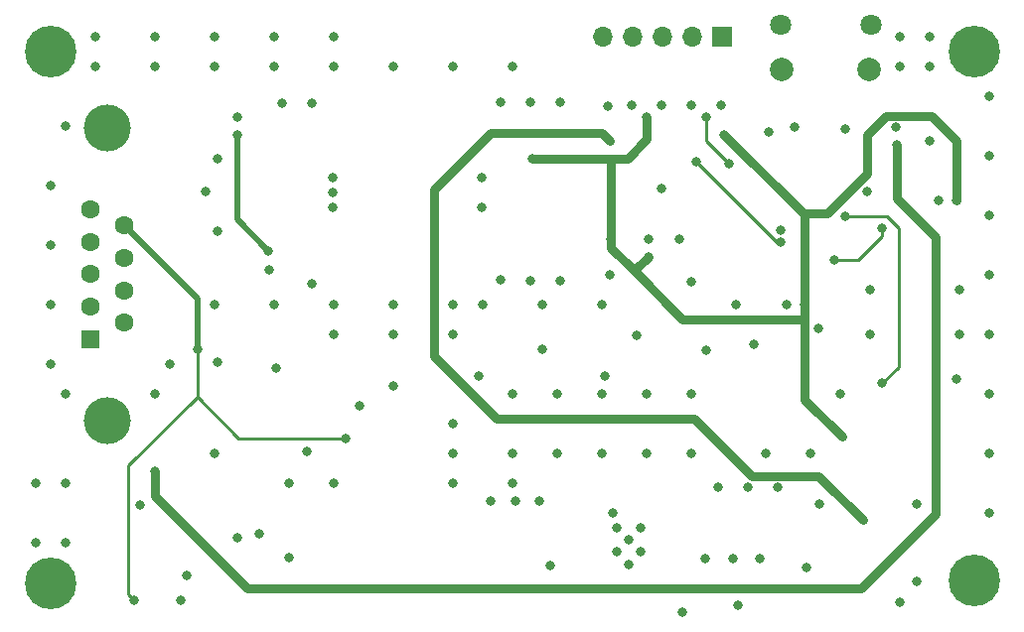
<source format=gbl>
G04 #@! TF.GenerationSoftware,KiCad,Pcbnew,6.0.11+dfsg-1*
G04 #@! TF.CreationDate,2024-04-01T21:29:24-07:00*
G04 #@! TF.ProjectId,car-logger,6361722d-6c6f-4676-9765-722e6b696361,v1*
G04 #@! TF.SameCoordinates,Original*
G04 #@! TF.FileFunction,Copper,L4,Bot*
G04 #@! TF.FilePolarity,Positive*
%FSLAX46Y46*%
G04 Gerber Fmt 4.6, Leading zero omitted, Abs format (unit mm)*
G04 Created by KiCad (PCBNEW 6.0.11+dfsg-1) date 2024-04-01 21:29:24*
%MOMM*%
%LPD*%
G01*
G04 APERTURE LIST*
G04 #@! TA.AperFunction,ComponentPad*
%ADD10R,1.700000X1.700000*%
G04 #@! TD*
G04 #@! TA.AperFunction,ComponentPad*
%ADD11O,1.700000X1.700000*%
G04 #@! TD*
G04 #@! TA.AperFunction,ComponentPad*
%ADD12C,0.700000*%
G04 #@! TD*
G04 #@! TA.AperFunction,ComponentPad*
%ADD13C,4.400000*%
G04 #@! TD*
G04 #@! TA.AperFunction,ComponentPad*
%ADD14C,2.000000*%
G04 #@! TD*
G04 #@! TA.AperFunction,ComponentPad*
%ADD15C,1.800000*%
G04 #@! TD*
G04 #@! TA.AperFunction,ComponentPad*
%ADD16C,4.000000*%
G04 #@! TD*
G04 #@! TA.AperFunction,ComponentPad*
%ADD17R,1.600000X1.600000*%
G04 #@! TD*
G04 #@! TA.AperFunction,ComponentPad*
%ADD18C,1.600000*%
G04 #@! TD*
G04 #@! TA.AperFunction,ViaPad*
%ADD19C,0.800000*%
G04 #@! TD*
G04 #@! TA.AperFunction,Conductor*
%ADD20C,0.750000*%
G04 #@! TD*
G04 #@! TA.AperFunction,Conductor*
%ADD21C,0.250000*%
G04 #@! TD*
G04 #@! TA.AperFunction,Conductor*
%ADD22C,0.500000*%
G04 #@! TD*
G04 APERTURE END LIST*
D10*
X155000000Y-61020000D03*
D11*
X152460000Y-61020000D03*
X149920000Y-61020000D03*
X147380000Y-61020000D03*
X144840000Y-61020000D03*
D12*
X97790000Y-60580000D03*
X96623274Y-61063274D03*
X99440000Y-62230000D03*
D13*
X97790000Y-62230000D03*
D12*
X96623274Y-63396726D03*
X98956726Y-63396726D03*
X96140000Y-62230000D03*
X98956726Y-61063274D03*
X97790000Y-63880000D03*
X174814516Y-62230000D03*
X175297790Y-61063274D03*
X178114516Y-62230000D03*
D13*
X176464516Y-62230000D03*
D12*
X177631242Y-63396726D03*
X176464516Y-60580000D03*
X177631242Y-61063274D03*
X175297790Y-63396726D03*
X176464516Y-63880000D03*
X97724516Y-105960000D03*
X96074516Y-107610000D03*
X98891242Y-106443274D03*
X96557790Y-106443274D03*
X99374516Y-107610000D03*
X97724516Y-109260000D03*
X98891242Y-108776726D03*
D13*
X97724516Y-107610000D03*
D12*
X96557790Y-108776726D03*
X177631242Y-106193274D03*
X174814516Y-107360000D03*
X175297790Y-106193274D03*
X177631242Y-108526726D03*
X178114516Y-107360000D03*
D13*
X176464516Y-107360000D03*
D12*
X175297790Y-108526726D03*
X176464516Y-109010000D03*
X176464516Y-105710000D03*
D14*
X160105000Y-63820000D03*
D15*
X159955000Y-60020000D03*
D14*
X167555000Y-63820000D03*
D15*
X167705000Y-60020000D03*
D16*
X102604185Y-93755000D03*
X102604185Y-68755000D03*
D17*
X101184185Y-86795000D03*
D18*
X101184185Y-84025000D03*
X101184185Y-81255000D03*
X101184185Y-78485000D03*
X101184185Y-75715000D03*
X104024185Y-85410000D03*
X104024185Y-82640000D03*
X104024185Y-79870000D03*
X104024185Y-77100000D03*
D19*
X145542000Y-78232000D03*
X155194000Y-69342000D03*
X167386000Y-72644000D03*
X175006000Y-74930000D03*
X138811000Y-71374000D03*
X162052000Y-83820000D03*
X148590000Y-67818000D03*
X165227000Y-95123000D03*
X148717000Y-79756000D03*
X144780000Y-83820000D03*
X152400000Y-91440000D03*
X132080000Y-63500000D03*
X167386000Y-74168000D03*
X175006000Y-90170000D03*
X177800000Y-76200000D03*
X136144000Y-66548000D03*
X148590000Y-91440000D03*
X121920000Y-60960000D03*
X106680000Y-60960000D03*
X132080000Y-93980000D03*
X177800000Y-86360000D03*
X97790000Y-78740000D03*
X137160000Y-91440000D03*
X177800000Y-71120000D03*
X141224000Y-81788000D03*
X157734000Y-87249000D03*
X160528000Y-83820000D03*
X136110000Y-81754000D03*
X127000000Y-86360000D03*
X140970000Y-96520000D03*
X107950000Y-88900000D03*
X159766000Y-99441000D03*
X109347000Y-106934000D03*
X177800000Y-91440000D03*
X173482000Y-74930000D03*
X160020000Y-77470000D03*
X105410000Y-100965000D03*
X116840000Y-60960000D03*
X148082000Y-104902000D03*
X167640000Y-86360000D03*
X132080000Y-86360000D03*
X172720000Y-60960000D03*
X149860000Y-66802000D03*
X153670000Y-87757000D03*
X171577000Y-100838000D03*
X172720000Y-63500000D03*
X159004000Y-69088000D03*
X121920000Y-99060000D03*
X97790000Y-73660000D03*
X152400000Y-96520000D03*
X111760000Y-63500000D03*
X135255000Y-100584000D03*
X171577000Y-107442000D03*
X148590000Y-96520000D03*
X113665000Y-103759000D03*
X169799000Y-68707000D03*
X161163000Y-68707000D03*
X144780000Y-91440000D03*
X101600000Y-60960000D03*
X132080000Y-83820000D03*
X127000000Y-90805000D03*
X149860000Y-73914000D03*
X134493000Y-73025000D03*
X134493000Y-75565000D03*
X101600000Y-63500000D03*
X158750000Y-96520000D03*
X137160000Y-99060000D03*
X163195000Y-85852000D03*
X165100000Y-91440000D03*
X121920000Y-63500000D03*
X140335000Y-106159000D03*
X152400000Y-66802000D03*
X137414000Y-100584000D03*
X158242000Y-105537000D03*
X154686000Y-99441000D03*
X111760000Y-96520000D03*
X97790000Y-83820000D03*
X121920000Y-83820000D03*
X175260000Y-82550000D03*
X139700000Y-83820000D03*
X116967000Y-89281000D03*
X162179000Y-106299000D03*
X118110000Y-105410000D03*
X147696701Y-86491299D03*
X106680000Y-63500000D03*
X163322000Y-100838000D03*
X177800000Y-96520000D03*
X99060000Y-91440000D03*
X112014000Y-77597000D03*
X134239000Y-89916000D03*
X137160000Y-96520000D03*
X97790000Y-88900000D03*
X99060000Y-68580000D03*
X145669000Y-101600000D03*
X145288000Y-66929000D03*
X119634000Y-96393000D03*
X145415000Y-81280000D03*
X112014000Y-71374000D03*
X108839000Y-109093000D03*
X147320000Y-66802000D03*
X177800000Y-66040000D03*
X170180000Y-63500000D03*
X157226000Y-99441000D03*
X146050000Y-104902000D03*
X162560000Y-96520000D03*
X118110000Y-99060000D03*
X154940000Y-66802000D03*
X177800000Y-81280000D03*
X152400000Y-81915000D03*
X116840000Y-83820000D03*
X148717000Y-78232000D03*
X99060000Y-99060000D03*
X138684000Y-81788000D03*
X99060000Y-104140000D03*
X145034000Y-89916000D03*
X156337000Y-109474000D03*
X127000000Y-63500000D03*
X147066000Y-106045000D03*
X134620000Y-83820000D03*
X141224000Y-66548000D03*
X132080000Y-96520000D03*
X151638000Y-110109000D03*
X172720000Y-69850000D03*
X146050000Y-102870000D03*
X170180000Y-109220000D03*
X96520000Y-104140000D03*
X111760000Y-83820000D03*
X96520000Y-99060000D03*
X147066000Y-103886000D03*
X124079000Y-92456000D03*
X148082000Y-102870000D03*
X115570000Y-103378000D03*
X111760000Y-60960000D03*
X116840000Y-63500000D03*
X170180000Y-60960000D03*
X127000000Y-83820000D03*
X106680000Y-91440000D03*
X139446000Y-100584000D03*
X175260000Y-86360000D03*
X167640000Y-82550000D03*
X139700000Y-87630000D03*
X144780000Y-96520000D03*
X155909500Y-105537000D03*
X153543000Y-105537000D03*
X165481000Y-68834000D03*
X112014000Y-88773000D03*
X138684000Y-66548000D03*
X137160000Y-63500000D03*
X177800000Y-101600000D03*
X156210000Y-83820000D03*
X151384000Y-78232000D03*
X140970000Y-91440000D03*
X121920000Y-86360000D03*
X132080000Y-99060000D03*
X152781000Y-71628000D03*
X160020000Y-78486000D03*
X145415000Y-69850000D03*
X167005000Y-102235000D03*
X110270000Y-87664000D03*
X122936000Y-95250000D03*
X104902000Y-109093000D03*
X169926000Y-70231000D03*
X106680000Y-98044000D03*
X113665000Y-69342000D03*
X116332000Y-79248000D03*
X110998000Y-74168000D03*
X121793000Y-75565000D03*
X116362000Y-80899000D03*
X121793000Y-74295000D03*
X113665000Y-67818000D03*
X120015000Y-82042000D03*
X117475000Y-66675000D03*
X121793000Y-73025000D03*
X120015000Y-66675000D03*
X153670000Y-67818000D03*
X155629079Y-71827921D03*
X168656000Y-77343000D03*
X164592000Y-80010000D03*
X168656000Y-90551000D03*
X165481000Y-76327000D03*
D20*
X146939000Y-71374000D02*
X148590000Y-69723000D01*
X168996000Y-67732000D02*
X172888000Y-67732000D01*
X162052000Y-91948000D02*
X162052000Y-83820000D01*
X145542000Y-78232000D02*
X145542000Y-78994000D01*
X167386000Y-72644000D02*
X167386000Y-69342000D01*
X163957000Y-76073000D02*
X167386000Y-72644000D01*
X167386000Y-69342000D02*
X168996000Y-67732000D01*
X162052000Y-85090000D02*
X162052000Y-91948000D01*
X145542000Y-71374000D02*
X138811000Y-71374000D01*
X145542000Y-78994000D02*
X147383500Y-80835500D01*
X148717000Y-79756000D02*
X147637500Y-80835500D01*
X155194000Y-69342000D02*
X161925000Y-76073000D01*
X162052000Y-83820000D02*
X162052000Y-76200000D01*
X147383500Y-80835500D02*
X151638000Y-85090000D01*
X138811000Y-71374000D02*
X146939000Y-71374000D01*
X175006000Y-69850000D02*
X175006000Y-74930000D01*
X162052000Y-76200000D02*
X161925000Y-76073000D01*
X161925000Y-76073000D02*
X163957000Y-76073000D01*
X165227000Y-95123000D02*
X162052000Y-91948000D01*
X147637500Y-80835500D02*
X147383500Y-80835500D01*
X151638000Y-85090000D02*
X162052000Y-85090000D01*
X145542000Y-78232000D02*
X145542000Y-71374000D01*
X172888000Y-67732000D02*
X175006000Y-69850000D01*
X148590000Y-69723000D02*
X148590000Y-67818000D01*
D21*
X159639000Y-78486000D02*
X160020000Y-78486000D01*
X152781000Y-71628000D02*
X159639000Y-78486000D01*
D20*
X144780000Y-69215000D02*
X135255000Y-69215000D01*
X135255000Y-69215000D02*
X130429000Y-74041000D01*
X130429000Y-74041000D02*
X130429000Y-88265000D01*
X157521000Y-98466000D02*
X163236000Y-98466000D01*
X152654000Y-93599000D02*
X157521000Y-98466000D01*
X145415000Y-69850000D02*
X144780000Y-69215000D01*
X130429000Y-88265000D02*
X135763000Y-93599000D01*
X163236000Y-98466000D02*
X167005000Y-102235000D01*
X135763000Y-93599000D02*
X152654000Y-93599000D01*
D21*
X110270000Y-91728000D02*
X110270000Y-87664000D01*
D22*
X110270000Y-87664000D02*
X110270000Y-83345815D01*
D21*
X122936000Y-95250000D02*
X113792000Y-95250000D01*
X104394000Y-108585000D02*
X104902000Y-109093000D01*
D22*
X110270000Y-83345815D02*
X104024185Y-77100000D01*
D21*
X110270000Y-91728000D02*
X104394000Y-97604000D01*
X104394000Y-97604000D02*
X104394000Y-108585000D01*
X113792000Y-95250000D02*
X110270000Y-91728000D01*
D20*
X166878000Y-108077000D02*
X114554000Y-108077000D01*
X173228000Y-101727000D02*
X166878000Y-108077000D01*
X114554000Y-108077000D02*
X106680000Y-100203000D01*
X173228000Y-78105000D02*
X173228000Y-101727000D01*
X169926000Y-70231000D02*
X169926000Y-74803000D01*
X169926000Y-74803000D02*
X173228000Y-78105000D01*
X106680000Y-100203000D02*
X106680000Y-98044000D01*
D22*
X116332000Y-79248000D02*
X113665000Y-76581000D01*
X113665000Y-76581000D02*
X113665000Y-69342000D01*
D21*
X153670000Y-69868842D02*
X155629079Y-71827921D01*
X153670000Y-67818000D02*
X153670000Y-69868842D01*
X166624000Y-80010000D02*
X164592000Y-80010000D01*
X168656000Y-77343000D02*
X168656000Y-77978000D01*
X168656000Y-77978000D02*
X166624000Y-80010000D01*
X170053000Y-89154000D02*
X168656000Y-90551000D01*
X170053000Y-77343000D02*
X170053000Y-89154000D01*
X169037000Y-76327000D02*
X170053000Y-77343000D01*
X165481000Y-76327000D02*
X169037000Y-76327000D01*
M02*

</source>
